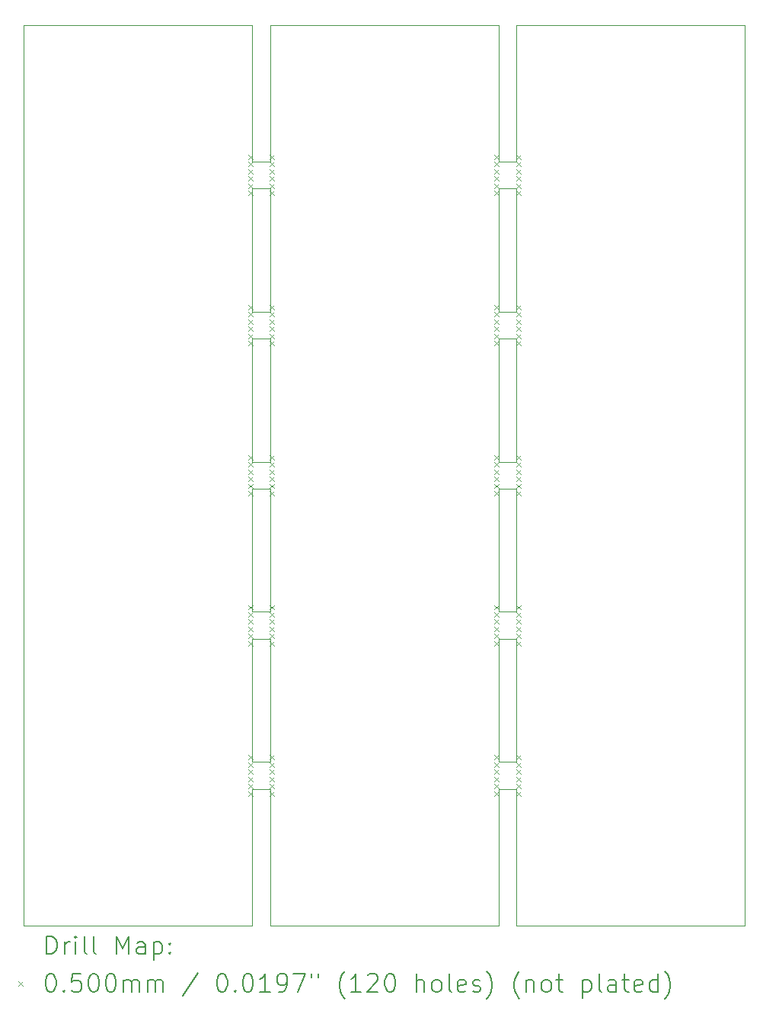
<source format=gbr>
%TF.GenerationSoftware,KiCad,Pcbnew,8.0.4-8.0.4-0~ubuntu22.04.1*%
%TF.CreationDate,2024-07-28T20:44:15+02:00*%
%TF.ProjectId,VoltageProcessor_panel,566f6c74-6167-4655-9072-6f636573736f,0.1*%
%TF.SameCoordinates,Original*%
%TF.FileFunction,Drillmap*%
%TF.FilePolarity,Positive*%
%FSLAX45Y45*%
G04 Gerber Fmt 4.5, Leading zero omitted, Abs format (unit mm)*
G04 Created by KiCad (PCBNEW 8.0.4-8.0.4-0~ubuntu22.04.1) date 2024-07-28 20:44:15*
%MOMM*%
%LPD*%
G01*
G04 APERTURE LIST*
%ADD10C,0.100000*%
%ADD11C,0.200000*%
G04 APERTURE END LIST*
D10*
X13480100Y-10183333D02*
X13479900Y-10183333D01*
X16120000Y-10183333D02*
X16120000Y-8816667D01*
X13480100Y-8816667D02*
X13580000Y-8816667D01*
X13480100Y-5183333D02*
X13479900Y-5183333D01*
X13380000Y-12000000D02*
X13380000Y-10483333D01*
X13479900Y-3816667D02*
X13480100Y-3816667D01*
X13580000Y-10483333D02*
X13580000Y-12000000D01*
X16120000Y-7150000D02*
X16219900Y-7150000D01*
X13580000Y-7150000D02*
X13580000Y-8516667D01*
X16120000Y-10483333D02*
X16219900Y-10483333D01*
X13380000Y-8816667D02*
X13479900Y-8816667D01*
X16220100Y-5183333D02*
X16219900Y-5183333D01*
X16120000Y-5483333D02*
X16219900Y-5483333D01*
X13480100Y-6850000D02*
X13479900Y-6850000D01*
X16120000Y-6850000D02*
X16120000Y-5483333D01*
X16220100Y-7150000D02*
X16320000Y-7150000D01*
X16220100Y-10183333D02*
X16219900Y-10183333D01*
X16320000Y-2000000D02*
X16320000Y-3516667D01*
X16120000Y-5183333D02*
X16120000Y-3816667D01*
X18860000Y-12000000D02*
X18860000Y-2000000D01*
X16120000Y-2000000D02*
X13580000Y-2000000D01*
X13580000Y-3816667D02*
X13580000Y-5183333D01*
X13580000Y-8516667D02*
X13480100Y-8516667D01*
X13479900Y-8516667D02*
X13380000Y-8516667D01*
X13380000Y-10183333D02*
X13380000Y-8816667D01*
X13479900Y-5183333D02*
X13380000Y-5183333D01*
X16320000Y-5483333D02*
X16320000Y-6850000D01*
X16320000Y-10183333D02*
X16220100Y-10183333D01*
X13380000Y-10483333D02*
X13479900Y-10483333D01*
X16220100Y-10483333D02*
X16320000Y-10483333D01*
X13380000Y-2000000D02*
X10840000Y-2000000D01*
X16220100Y-6850000D02*
X16219900Y-6850000D01*
X10840000Y-2000000D02*
X10840000Y-12000000D01*
X13580000Y-6850000D02*
X13480100Y-6850000D01*
X16219900Y-8816667D02*
X16220100Y-8816667D01*
X16320000Y-5183333D02*
X16220100Y-5183333D01*
X16320000Y-3516667D02*
X16220100Y-3516667D01*
X13479900Y-8816667D02*
X13480100Y-8816667D01*
X13479900Y-7150000D02*
X13480100Y-7150000D01*
X16219900Y-10183333D02*
X16120000Y-10183333D01*
X18860000Y-2000000D02*
X16320000Y-2000000D01*
X13380000Y-5483333D02*
X13479900Y-5483333D01*
X13479900Y-5483333D02*
X13480100Y-5483333D01*
X13580000Y-12000000D02*
X16120000Y-12000000D01*
X13380000Y-3816667D02*
X13479900Y-3816667D01*
X13380000Y-3516667D02*
X13380000Y-2000000D01*
X13380000Y-6850000D02*
X13380000Y-5483333D01*
X13580000Y-3516667D02*
X13480100Y-3516667D01*
X16320000Y-12000000D02*
X18860000Y-12000000D01*
X16219900Y-8516667D02*
X16120000Y-8516667D01*
X16320000Y-3816667D02*
X16320000Y-5183333D01*
X13480100Y-8516667D02*
X13479900Y-8516667D01*
X16220100Y-5483333D02*
X16320000Y-5483333D01*
X16219900Y-3516667D02*
X16120000Y-3516667D01*
X13580000Y-10183333D02*
X13480100Y-10183333D01*
X13580000Y-5483333D02*
X13580000Y-6850000D01*
X13480100Y-5483333D02*
X13580000Y-5483333D01*
X16220100Y-8516667D02*
X16219900Y-8516667D01*
X16220100Y-8816667D02*
X16320000Y-8816667D01*
X16120000Y-3516667D02*
X16120000Y-2000000D01*
X16219900Y-5483333D02*
X16220100Y-5483333D01*
X16219900Y-5183333D02*
X16120000Y-5183333D01*
X16120000Y-12000000D02*
X16120000Y-10483333D01*
X13480100Y-7150000D02*
X13580000Y-7150000D01*
X16220100Y-3816667D02*
X16320000Y-3816667D01*
X13380000Y-8516667D02*
X13380000Y-7150000D01*
X13479900Y-10483333D02*
X13480100Y-10483333D01*
X16219900Y-6850000D02*
X16120000Y-6850000D01*
X13480100Y-10483333D02*
X13580000Y-10483333D01*
X13479900Y-10183333D02*
X13380000Y-10183333D01*
X13380000Y-5183333D02*
X13380000Y-3816667D01*
X13580000Y-8816667D02*
X13580000Y-10183333D01*
X16219900Y-3816667D02*
X16220100Y-3816667D01*
X13580000Y-5183333D02*
X13480100Y-5183333D01*
X13580000Y-2000000D02*
X13580000Y-3516667D01*
X16219900Y-7150000D02*
X16220100Y-7150000D01*
X16219900Y-10483333D02*
X16220100Y-10483333D01*
X16320000Y-6850000D02*
X16220100Y-6850000D01*
X10840000Y-12000000D02*
X13380000Y-12000000D01*
X13380000Y-7150000D02*
X13479900Y-7150000D01*
X16320000Y-7150000D02*
X16320000Y-8516667D01*
X16320000Y-10483333D02*
X16320000Y-12000000D01*
X13480100Y-3516667D02*
X13479900Y-3516667D01*
X16120000Y-8516667D02*
X16120000Y-7150000D01*
X13479900Y-3516667D02*
X13380000Y-3516667D01*
X16320000Y-8516667D02*
X16220100Y-8516667D01*
X16220100Y-3516667D02*
X16219900Y-3516667D01*
X16320000Y-8816667D02*
X16320000Y-10183333D01*
X13480100Y-3816667D02*
X13580000Y-3816667D01*
X16120000Y-8816667D02*
X16219900Y-8816667D01*
X16120000Y-3816667D02*
X16219900Y-3816667D01*
X13479900Y-6850000D02*
X13380000Y-6850000D01*
D11*
D10*
X13335000Y-3441667D02*
X13385000Y-3491667D01*
X13385000Y-3441667D02*
X13335000Y-3491667D01*
X13335000Y-3521667D02*
X13385000Y-3571667D01*
X13385000Y-3521667D02*
X13335000Y-3571667D01*
X13335000Y-3601667D02*
X13385000Y-3651667D01*
X13385000Y-3601667D02*
X13335000Y-3651667D01*
X13335000Y-3681667D02*
X13385000Y-3731667D01*
X13385000Y-3681667D02*
X13335000Y-3731667D01*
X13335000Y-3761667D02*
X13385000Y-3811667D01*
X13385000Y-3761667D02*
X13335000Y-3811667D01*
X13335000Y-3841667D02*
X13385000Y-3891667D01*
X13385000Y-3841667D02*
X13335000Y-3891667D01*
X13335000Y-5108333D02*
X13385000Y-5158333D01*
X13385000Y-5108333D02*
X13335000Y-5158333D01*
X13335000Y-5188333D02*
X13385000Y-5238333D01*
X13385000Y-5188333D02*
X13335000Y-5238333D01*
X13335000Y-5268333D02*
X13385000Y-5318333D01*
X13385000Y-5268333D02*
X13335000Y-5318333D01*
X13335000Y-5348333D02*
X13385000Y-5398333D01*
X13385000Y-5348333D02*
X13335000Y-5398333D01*
X13335000Y-5428333D02*
X13385000Y-5478333D01*
X13385000Y-5428333D02*
X13335000Y-5478333D01*
X13335000Y-5508333D02*
X13385000Y-5558333D01*
X13385000Y-5508333D02*
X13335000Y-5558333D01*
X13335000Y-6775000D02*
X13385000Y-6825000D01*
X13385000Y-6775000D02*
X13335000Y-6825000D01*
X13335000Y-6855000D02*
X13385000Y-6905000D01*
X13385000Y-6855000D02*
X13335000Y-6905000D01*
X13335000Y-6935000D02*
X13385000Y-6985000D01*
X13385000Y-6935000D02*
X13335000Y-6985000D01*
X13335000Y-7015000D02*
X13385000Y-7065000D01*
X13385000Y-7015000D02*
X13335000Y-7065000D01*
X13335000Y-7095000D02*
X13385000Y-7145000D01*
X13385000Y-7095000D02*
X13335000Y-7145000D01*
X13335000Y-7175000D02*
X13385000Y-7225000D01*
X13385000Y-7175000D02*
X13335000Y-7225000D01*
X13335000Y-8441667D02*
X13385000Y-8491667D01*
X13385000Y-8441667D02*
X13335000Y-8491667D01*
X13335000Y-8521667D02*
X13385000Y-8571667D01*
X13385000Y-8521667D02*
X13335000Y-8571667D01*
X13335000Y-8601667D02*
X13385000Y-8651667D01*
X13385000Y-8601667D02*
X13335000Y-8651667D01*
X13335000Y-8681667D02*
X13385000Y-8731667D01*
X13385000Y-8681667D02*
X13335000Y-8731667D01*
X13335000Y-8761667D02*
X13385000Y-8811667D01*
X13385000Y-8761667D02*
X13335000Y-8811667D01*
X13335000Y-8841667D02*
X13385000Y-8891667D01*
X13385000Y-8841667D02*
X13335000Y-8891667D01*
X13335000Y-10108333D02*
X13385000Y-10158333D01*
X13385000Y-10108333D02*
X13335000Y-10158333D01*
X13335000Y-10188333D02*
X13385000Y-10238333D01*
X13385000Y-10188333D02*
X13335000Y-10238333D01*
X13335000Y-10268333D02*
X13385000Y-10318333D01*
X13385000Y-10268333D02*
X13335000Y-10318333D01*
X13335000Y-10348333D02*
X13385000Y-10398333D01*
X13385000Y-10348333D02*
X13335000Y-10398333D01*
X13335000Y-10428333D02*
X13385000Y-10478333D01*
X13385000Y-10428333D02*
X13335000Y-10478333D01*
X13335000Y-10508333D02*
X13385000Y-10558333D01*
X13385000Y-10508333D02*
X13335000Y-10558333D01*
X13575000Y-3441667D02*
X13625000Y-3491667D01*
X13625000Y-3441667D02*
X13575000Y-3491667D01*
X13575000Y-3521667D02*
X13625000Y-3571667D01*
X13625000Y-3521667D02*
X13575000Y-3571667D01*
X13575000Y-3601667D02*
X13625000Y-3651667D01*
X13625000Y-3601667D02*
X13575000Y-3651667D01*
X13575000Y-3681667D02*
X13625000Y-3731667D01*
X13625000Y-3681667D02*
X13575000Y-3731667D01*
X13575000Y-3761667D02*
X13625000Y-3811667D01*
X13625000Y-3761667D02*
X13575000Y-3811667D01*
X13575000Y-3841667D02*
X13625000Y-3891667D01*
X13625000Y-3841667D02*
X13575000Y-3891667D01*
X13575000Y-5108333D02*
X13625000Y-5158333D01*
X13625000Y-5108333D02*
X13575000Y-5158333D01*
X13575000Y-5188333D02*
X13625000Y-5238333D01*
X13625000Y-5188333D02*
X13575000Y-5238333D01*
X13575000Y-5268333D02*
X13625000Y-5318333D01*
X13625000Y-5268333D02*
X13575000Y-5318333D01*
X13575000Y-5348333D02*
X13625000Y-5398333D01*
X13625000Y-5348333D02*
X13575000Y-5398333D01*
X13575000Y-5428333D02*
X13625000Y-5478333D01*
X13625000Y-5428333D02*
X13575000Y-5478333D01*
X13575000Y-5508333D02*
X13625000Y-5558333D01*
X13625000Y-5508333D02*
X13575000Y-5558333D01*
X13575000Y-6775000D02*
X13625000Y-6825000D01*
X13625000Y-6775000D02*
X13575000Y-6825000D01*
X13575000Y-6855000D02*
X13625000Y-6905000D01*
X13625000Y-6855000D02*
X13575000Y-6905000D01*
X13575000Y-6935000D02*
X13625000Y-6985000D01*
X13625000Y-6935000D02*
X13575000Y-6985000D01*
X13575000Y-7015000D02*
X13625000Y-7065000D01*
X13625000Y-7015000D02*
X13575000Y-7065000D01*
X13575000Y-7095000D02*
X13625000Y-7145000D01*
X13625000Y-7095000D02*
X13575000Y-7145000D01*
X13575000Y-7175000D02*
X13625000Y-7225000D01*
X13625000Y-7175000D02*
X13575000Y-7225000D01*
X13575000Y-8441667D02*
X13625000Y-8491667D01*
X13625000Y-8441667D02*
X13575000Y-8491667D01*
X13575000Y-8521667D02*
X13625000Y-8571667D01*
X13625000Y-8521667D02*
X13575000Y-8571667D01*
X13575000Y-8601667D02*
X13625000Y-8651667D01*
X13625000Y-8601667D02*
X13575000Y-8651667D01*
X13575000Y-8681667D02*
X13625000Y-8731667D01*
X13625000Y-8681667D02*
X13575000Y-8731667D01*
X13575000Y-8761667D02*
X13625000Y-8811667D01*
X13625000Y-8761667D02*
X13575000Y-8811667D01*
X13575000Y-8841667D02*
X13625000Y-8891667D01*
X13625000Y-8841667D02*
X13575000Y-8891667D01*
X13575000Y-10108333D02*
X13625000Y-10158333D01*
X13625000Y-10108333D02*
X13575000Y-10158333D01*
X13575000Y-10188333D02*
X13625000Y-10238333D01*
X13625000Y-10188333D02*
X13575000Y-10238333D01*
X13575000Y-10268333D02*
X13625000Y-10318333D01*
X13625000Y-10268333D02*
X13575000Y-10318333D01*
X13575000Y-10348333D02*
X13625000Y-10398333D01*
X13625000Y-10348333D02*
X13575000Y-10398333D01*
X13575000Y-10428333D02*
X13625000Y-10478333D01*
X13625000Y-10428333D02*
X13575000Y-10478333D01*
X13575000Y-10508333D02*
X13625000Y-10558333D01*
X13625000Y-10508333D02*
X13575000Y-10558333D01*
X16075000Y-3441667D02*
X16125000Y-3491667D01*
X16125000Y-3441667D02*
X16075000Y-3491667D01*
X16075000Y-3521667D02*
X16125000Y-3571667D01*
X16125000Y-3521667D02*
X16075000Y-3571667D01*
X16075000Y-3601667D02*
X16125000Y-3651667D01*
X16125000Y-3601667D02*
X16075000Y-3651667D01*
X16075000Y-3681667D02*
X16125000Y-3731667D01*
X16125000Y-3681667D02*
X16075000Y-3731667D01*
X16075000Y-3761667D02*
X16125000Y-3811667D01*
X16125000Y-3761667D02*
X16075000Y-3811667D01*
X16075000Y-3841667D02*
X16125000Y-3891667D01*
X16125000Y-3841667D02*
X16075000Y-3891667D01*
X16075000Y-5108333D02*
X16125000Y-5158333D01*
X16125000Y-5108333D02*
X16075000Y-5158333D01*
X16075000Y-5188333D02*
X16125000Y-5238333D01*
X16125000Y-5188333D02*
X16075000Y-5238333D01*
X16075000Y-5268333D02*
X16125000Y-5318333D01*
X16125000Y-5268333D02*
X16075000Y-5318333D01*
X16075000Y-5348333D02*
X16125000Y-5398333D01*
X16125000Y-5348333D02*
X16075000Y-5398333D01*
X16075000Y-5428333D02*
X16125000Y-5478333D01*
X16125000Y-5428333D02*
X16075000Y-5478333D01*
X16075000Y-5508333D02*
X16125000Y-5558333D01*
X16125000Y-5508333D02*
X16075000Y-5558333D01*
X16075000Y-6775000D02*
X16125000Y-6825000D01*
X16125000Y-6775000D02*
X16075000Y-6825000D01*
X16075000Y-6855000D02*
X16125000Y-6905000D01*
X16125000Y-6855000D02*
X16075000Y-6905000D01*
X16075000Y-6935000D02*
X16125000Y-6985000D01*
X16125000Y-6935000D02*
X16075000Y-6985000D01*
X16075000Y-7015000D02*
X16125000Y-7065000D01*
X16125000Y-7015000D02*
X16075000Y-7065000D01*
X16075000Y-7095000D02*
X16125000Y-7145000D01*
X16125000Y-7095000D02*
X16075000Y-7145000D01*
X16075000Y-7175000D02*
X16125000Y-7225000D01*
X16125000Y-7175000D02*
X16075000Y-7225000D01*
X16075000Y-8441667D02*
X16125000Y-8491667D01*
X16125000Y-8441667D02*
X16075000Y-8491667D01*
X16075000Y-8521667D02*
X16125000Y-8571667D01*
X16125000Y-8521667D02*
X16075000Y-8571667D01*
X16075000Y-8601667D02*
X16125000Y-8651667D01*
X16125000Y-8601667D02*
X16075000Y-8651667D01*
X16075000Y-8681667D02*
X16125000Y-8731667D01*
X16125000Y-8681667D02*
X16075000Y-8731667D01*
X16075000Y-8761667D02*
X16125000Y-8811667D01*
X16125000Y-8761667D02*
X16075000Y-8811667D01*
X16075000Y-8841667D02*
X16125000Y-8891667D01*
X16125000Y-8841667D02*
X16075000Y-8891667D01*
X16075000Y-10108333D02*
X16125000Y-10158333D01*
X16125000Y-10108333D02*
X16075000Y-10158333D01*
X16075000Y-10188333D02*
X16125000Y-10238333D01*
X16125000Y-10188333D02*
X16075000Y-10238333D01*
X16075000Y-10268333D02*
X16125000Y-10318333D01*
X16125000Y-10268333D02*
X16075000Y-10318333D01*
X16075000Y-10348333D02*
X16125000Y-10398333D01*
X16125000Y-10348333D02*
X16075000Y-10398333D01*
X16075000Y-10428333D02*
X16125000Y-10478333D01*
X16125000Y-10428333D02*
X16075000Y-10478333D01*
X16075000Y-10508333D02*
X16125000Y-10558333D01*
X16125000Y-10508333D02*
X16075000Y-10558333D01*
X16315000Y-3441667D02*
X16365000Y-3491667D01*
X16365000Y-3441667D02*
X16315000Y-3491667D01*
X16315000Y-3521667D02*
X16365000Y-3571667D01*
X16365000Y-3521667D02*
X16315000Y-3571667D01*
X16315000Y-3601667D02*
X16365000Y-3651667D01*
X16365000Y-3601667D02*
X16315000Y-3651667D01*
X16315000Y-3681667D02*
X16365000Y-3731667D01*
X16365000Y-3681667D02*
X16315000Y-3731667D01*
X16315000Y-3761667D02*
X16365000Y-3811667D01*
X16365000Y-3761667D02*
X16315000Y-3811667D01*
X16315000Y-3841667D02*
X16365000Y-3891667D01*
X16365000Y-3841667D02*
X16315000Y-3891667D01*
X16315000Y-5108333D02*
X16365000Y-5158333D01*
X16365000Y-5108333D02*
X16315000Y-5158333D01*
X16315000Y-5188333D02*
X16365000Y-5238333D01*
X16365000Y-5188333D02*
X16315000Y-5238333D01*
X16315000Y-5268333D02*
X16365000Y-5318333D01*
X16365000Y-5268333D02*
X16315000Y-5318333D01*
X16315000Y-5348333D02*
X16365000Y-5398333D01*
X16365000Y-5348333D02*
X16315000Y-5398333D01*
X16315000Y-5428333D02*
X16365000Y-5478333D01*
X16365000Y-5428333D02*
X16315000Y-5478333D01*
X16315000Y-5508333D02*
X16365000Y-5558333D01*
X16365000Y-5508333D02*
X16315000Y-5558333D01*
X16315000Y-6775000D02*
X16365000Y-6825000D01*
X16365000Y-6775000D02*
X16315000Y-6825000D01*
X16315000Y-6855000D02*
X16365000Y-6905000D01*
X16365000Y-6855000D02*
X16315000Y-6905000D01*
X16315000Y-6935000D02*
X16365000Y-6985000D01*
X16365000Y-6935000D02*
X16315000Y-6985000D01*
X16315000Y-7015000D02*
X16365000Y-7065000D01*
X16365000Y-7015000D02*
X16315000Y-7065000D01*
X16315000Y-7095000D02*
X16365000Y-7145000D01*
X16365000Y-7095000D02*
X16315000Y-7145000D01*
X16315000Y-7175000D02*
X16365000Y-7225000D01*
X16365000Y-7175000D02*
X16315000Y-7225000D01*
X16315000Y-8441667D02*
X16365000Y-8491667D01*
X16365000Y-8441667D02*
X16315000Y-8491667D01*
X16315000Y-8521667D02*
X16365000Y-8571667D01*
X16365000Y-8521667D02*
X16315000Y-8571667D01*
X16315000Y-8601667D02*
X16365000Y-8651667D01*
X16365000Y-8601667D02*
X16315000Y-8651667D01*
X16315000Y-8681667D02*
X16365000Y-8731667D01*
X16365000Y-8681667D02*
X16315000Y-8731667D01*
X16315000Y-8761667D02*
X16365000Y-8811667D01*
X16365000Y-8761667D02*
X16315000Y-8811667D01*
X16315000Y-8841667D02*
X16365000Y-8891667D01*
X16365000Y-8841667D02*
X16315000Y-8891667D01*
X16315000Y-10108333D02*
X16365000Y-10158333D01*
X16365000Y-10108333D02*
X16315000Y-10158333D01*
X16315000Y-10188333D02*
X16365000Y-10238333D01*
X16365000Y-10188333D02*
X16315000Y-10238333D01*
X16315000Y-10268333D02*
X16365000Y-10318333D01*
X16365000Y-10268333D02*
X16315000Y-10318333D01*
X16315000Y-10348333D02*
X16365000Y-10398333D01*
X16365000Y-10348333D02*
X16315000Y-10398333D01*
X16315000Y-10428333D02*
X16365000Y-10478333D01*
X16365000Y-10428333D02*
X16315000Y-10478333D01*
X16315000Y-10508333D02*
X16365000Y-10558333D01*
X16365000Y-10508333D02*
X16315000Y-10558333D01*
D11*
X11095777Y-12316484D02*
X11095777Y-12116484D01*
X11095777Y-12116484D02*
X11143396Y-12116484D01*
X11143396Y-12116484D02*
X11171967Y-12126008D01*
X11171967Y-12126008D02*
X11191015Y-12145055D01*
X11191015Y-12145055D02*
X11200539Y-12164103D01*
X11200539Y-12164103D02*
X11210062Y-12202198D01*
X11210062Y-12202198D02*
X11210062Y-12230769D01*
X11210062Y-12230769D02*
X11200539Y-12268865D01*
X11200539Y-12268865D02*
X11191015Y-12287912D01*
X11191015Y-12287912D02*
X11171967Y-12306960D01*
X11171967Y-12306960D02*
X11143396Y-12316484D01*
X11143396Y-12316484D02*
X11095777Y-12316484D01*
X11295777Y-12316484D02*
X11295777Y-12183150D01*
X11295777Y-12221246D02*
X11305301Y-12202198D01*
X11305301Y-12202198D02*
X11314824Y-12192674D01*
X11314824Y-12192674D02*
X11333872Y-12183150D01*
X11333872Y-12183150D02*
X11352920Y-12183150D01*
X11419586Y-12316484D02*
X11419586Y-12183150D01*
X11419586Y-12116484D02*
X11410062Y-12126008D01*
X11410062Y-12126008D02*
X11419586Y-12135531D01*
X11419586Y-12135531D02*
X11429110Y-12126008D01*
X11429110Y-12126008D02*
X11419586Y-12116484D01*
X11419586Y-12116484D02*
X11419586Y-12135531D01*
X11543396Y-12316484D02*
X11524348Y-12306960D01*
X11524348Y-12306960D02*
X11514824Y-12287912D01*
X11514824Y-12287912D02*
X11514824Y-12116484D01*
X11648158Y-12316484D02*
X11629110Y-12306960D01*
X11629110Y-12306960D02*
X11619586Y-12287912D01*
X11619586Y-12287912D02*
X11619586Y-12116484D01*
X11876729Y-12316484D02*
X11876729Y-12116484D01*
X11876729Y-12116484D02*
X11943396Y-12259341D01*
X11943396Y-12259341D02*
X12010062Y-12116484D01*
X12010062Y-12116484D02*
X12010062Y-12316484D01*
X12191015Y-12316484D02*
X12191015Y-12211722D01*
X12191015Y-12211722D02*
X12181491Y-12192674D01*
X12181491Y-12192674D02*
X12162443Y-12183150D01*
X12162443Y-12183150D02*
X12124348Y-12183150D01*
X12124348Y-12183150D02*
X12105301Y-12192674D01*
X12191015Y-12306960D02*
X12171967Y-12316484D01*
X12171967Y-12316484D02*
X12124348Y-12316484D01*
X12124348Y-12316484D02*
X12105301Y-12306960D01*
X12105301Y-12306960D02*
X12095777Y-12287912D01*
X12095777Y-12287912D02*
X12095777Y-12268865D01*
X12095777Y-12268865D02*
X12105301Y-12249817D01*
X12105301Y-12249817D02*
X12124348Y-12240293D01*
X12124348Y-12240293D02*
X12171967Y-12240293D01*
X12171967Y-12240293D02*
X12191015Y-12230769D01*
X12286253Y-12183150D02*
X12286253Y-12383150D01*
X12286253Y-12192674D02*
X12305301Y-12183150D01*
X12305301Y-12183150D02*
X12343396Y-12183150D01*
X12343396Y-12183150D02*
X12362443Y-12192674D01*
X12362443Y-12192674D02*
X12371967Y-12202198D01*
X12371967Y-12202198D02*
X12381491Y-12221246D01*
X12381491Y-12221246D02*
X12381491Y-12278388D01*
X12381491Y-12278388D02*
X12371967Y-12297436D01*
X12371967Y-12297436D02*
X12362443Y-12306960D01*
X12362443Y-12306960D02*
X12343396Y-12316484D01*
X12343396Y-12316484D02*
X12305301Y-12316484D01*
X12305301Y-12316484D02*
X12286253Y-12306960D01*
X12467205Y-12297436D02*
X12476729Y-12306960D01*
X12476729Y-12306960D02*
X12467205Y-12316484D01*
X12467205Y-12316484D02*
X12457682Y-12306960D01*
X12457682Y-12306960D02*
X12467205Y-12297436D01*
X12467205Y-12297436D02*
X12467205Y-12316484D01*
X12467205Y-12192674D02*
X12476729Y-12202198D01*
X12476729Y-12202198D02*
X12467205Y-12211722D01*
X12467205Y-12211722D02*
X12457682Y-12202198D01*
X12457682Y-12202198D02*
X12467205Y-12192674D01*
X12467205Y-12192674D02*
X12467205Y-12211722D01*
D10*
X10785000Y-12620000D02*
X10835000Y-12670000D01*
X10835000Y-12620000D02*
X10785000Y-12670000D01*
D11*
X11133872Y-12536484D02*
X11152920Y-12536484D01*
X11152920Y-12536484D02*
X11171967Y-12546008D01*
X11171967Y-12546008D02*
X11181491Y-12555531D01*
X11181491Y-12555531D02*
X11191015Y-12574579D01*
X11191015Y-12574579D02*
X11200539Y-12612674D01*
X11200539Y-12612674D02*
X11200539Y-12660293D01*
X11200539Y-12660293D02*
X11191015Y-12698388D01*
X11191015Y-12698388D02*
X11181491Y-12717436D01*
X11181491Y-12717436D02*
X11171967Y-12726960D01*
X11171967Y-12726960D02*
X11152920Y-12736484D01*
X11152920Y-12736484D02*
X11133872Y-12736484D01*
X11133872Y-12736484D02*
X11114824Y-12726960D01*
X11114824Y-12726960D02*
X11105301Y-12717436D01*
X11105301Y-12717436D02*
X11095777Y-12698388D01*
X11095777Y-12698388D02*
X11086253Y-12660293D01*
X11086253Y-12660293D02*
X11086253Y-12612674D01*
X11086253Y-12612674D02*
X11095777Y-12574579D01*
X11095777Y-12574579D02*
X11105301Y-12555531D01*
X11105301Y-12555531D02*
X11114824Y-12546008D01*
X11114824Y-12546008D02*
X11133872Y-12536484D01*
X11286253Y-12717436D02*
X11295777Y-12726960D01*
X11295777Y-12726960D02*
X11286253Y-12736484D01*
X11286253Y-12736484D02*
X11276729Y-12726960D01*
X11276729Y-12726960D02*
X11286253Y-12717436D01*
X11286253Y-12717436D02*
X11286253Y-12736484D01*
X11476729Y-12536484D02*
X11381491Y-12536484D01*
X11381491Y-12536484D02*
X11371967Y-12631722D01*
X11371967Y-12631722D02*
X11381491Y-12622198D01*
X11381491Y-12622198D02*
X11400539Y-12612674D01*
X11400539Y-12612674D02*
X11448158Y-12612674D01*
X11448158Y-12612674D02*
X11467205Y-12622198D01*
X11467205Y-12622198D02*
X11476729Y-12631722D01*
X11476729Y-12631722D02*
X11486253Y-12650769D01*
X11486253Y-12650769D02*
X11486253Y-12698388D01*
X11486253Y-12698388D02*
X11476729Y-12717436D01*
X11476729Y-12717436D02*
X11467205Y-12726960D01*
X11467205Y-12726960D02*
X11448158Y-12736484D01*
X11448158Y-12736484D02*
X11400539Y-12736484D01*
X11400539Y-12736484D02*
X11381491Y-12726960D01*
X11381491Y-12726960D02*
X11371967Y-12717436D01*
X11610062Y-12536484D02*
X11629110Y-12536484D01*
X11629110Y-12536484D02*
X11648158Y-12546008D01*
X11648158Y-12546008D02*
X11657682Y-12555531D01*
X11657682Y-12555531D02*
X11667205Y-12574579D01*
X11667205Y-12574579D02*
X11676729Y-12612674D01*
X11676729Y-12612674D02*
X11676729Y-12660293D01*
X11676729Y-12660293D02*
X11667205Y-12698388D01*
X11667205Y-12698388D02*
X11657682Y-12717436D01*
X11657682Y-12717436D02*
X11648158Y-12726960D01*
X11648158Y-12726960D02*
X11629110Y-12736484D01*
X11629110Y-12736484D02*
X11610062Y-12736484D01*
X11610062Y-12736484D02*
X11591015Y-12726960D01*
X11591015Y-12726960D02*
X11581491Y-12717436D01*
X11581491Y-12717436D02*
X11571967Y-12698388D01*
X11571967Y-12698388D02*
X11562443Y-12660293D01*
X11562443Y-12660293D02*
X11562443Y-12612674D01*
X11562443Y-12612674D02*
X11571967Y-12574579D01*
X11571967Y-12574579D02*
X11581491Y-12555531D01*
X11581491Y-12555531D02*
X11591015Y-12546008D01*
X11591015Y-12546008D02*
X11610062Y-12536484D01*
X11800539Y-12536484D02*
X11819586Y-12536484D01*
X11819586Y-12536484D02*
X11838634Y-12546008D01*
X11838634Y-12546008D02*
X11848158Y-12555531D01*
X11848158Y-12555531D02*
X11857682Y-12574579D01*
X11857682Y-12574579D02*
X11867205Y-12612674D01*
X11867205Y-12612674D02*
X11867205Y-12660293D01*
X11867205Y-12660293D02*
X11857682Y-12698388D01*
X11857682Y-12698388D02*
X11848158Y-12717436D01*
X11848158Y-12717436D02*
X11838634Y-12726960D01*
X11838634Y-12726960D02*
X11819586Y-12736484D01*
X11819586Y-12736484D02*
X11800539Y-12736484D01*
X11800539Y-12736484D02*
X11781491Y-12726960D01*
X11781491Y-12726960D02*
X11771967Y-12717436D01*
X11771967Y-12717436D02*
X11762443Y-12698388D01*
X11762443Y-12698388D02*
X11752920Y-12660293D01*
X11752920Y-12660293D02*
X11752920Y-12612674D01*
X11752920Y-12612674D02*
X11762443Y-12574579D01*
X11762443Y-12574579D02*
X11771967Y-12555531D01*
X11771967Y-12555531D02*
X11781491Y-12546008D01*
X11781491Y-12546008D02*
X11800539Y-12536484D01*
X11952920Y-12736484D02*
X11952920Y-12603150D01*
X11952920Y-12622198D02*
X11962443Y-12612674D01*
X11962443Y-12612674D02*
X11981491Y-12603150D01*
X11981491Y-12603150D02*
X12010063Y-12603150D01*
X12010063Y-12603150D02*
X12029110Y-12612674D01*
X12029110Y-12612674D02*
X12038634Y-12631722D01*
X12038634Y-12631722D02*
X12038634Y-12736484D01*
X12038634Y-12631722D02*
X12048158Y-12612674D01*
X12048158Y-12612674D02*
X12067205Y-12603150D01*
X12067205Y-12603150D02*
X12095777Y-12603150D01*
X12095777Y-12603150D02*
X12114824Y-12612674D01*
X12114824Y-12612674D02*
X12124348Y-12631722D01*
X12124348Y-12631722D02*
X12124348Y-12736484D01*
X12219586Y-12736484D02*
X12219586Y-12603150D01*
X12219586Y-12622198D02*
X12229110Y-12612674D01*
X12229110Y-12612674D02*
X12248158Y-12603150D01*
X12248158Y-12603150D02*
X12276729Y-12603150D01*
X12276729Y-12603150D02*
X12295777Y-12612674D01*
X12295777Y-12612674D02*
X12305301Y-12631722D01*
X12305301Y-12631722D02*
X12305301Y-12736484D01*
X12305301Y-12631722D02*
X12314824Y-12612674D01*
X12314824Y-12612674D02*
X12333872Y-12603150D01*
X12333872Y-12603150D02*
X12362443Y-12603150D01*
X12362443Y-12603150D02*
X12381491Y-12612674D01*
X12381491Y-12612674D02*
X12391015Y-12631722D01*
X12391015Y-12631722D02*
X12391015Y-12736484D01*
X12781491Y-12526960D02*
X12610063Y-12784103D01*
X13038634Y-12536484D02*
X13057682Y-12536484D01*
X13057682Y-12536484D02*
X13076729Y-12546008D01*
X13076729Y-12546008D02*
X13086253Y-12555531D01*
X13086253Y-12555531D02*
X13095777Y-12574579D01*
X13095777Y-12574579D02*
X13105301Y-12612674D01*
X13105301Y-12612674D02*
X13105301Y-12660293D01*
X13105301Y-12660293D02*
X13095777Y-12698388D01*
X13095777Y-12698388D02*
X13086253Y-12717436D01*
X13086253Y-12717436D02*
X13076729Y-12726960D01*
X13076729Y-12726960D02*
X13057682Y-12736484D01*
X13057682Y-12736484D02*
X13038634Y-12736484D01*
X13038634Y-12736484D02*
X13019586Y-12726960D01*
X13019586Y-12726960D02*
X13010063Y-12717436D01*
X13010063Y-12717436D02*
X13000539Y-12698388D01*
X13000539Y-12698388D02*
X12991015Y-12660293D01*
X12991015Y-12660293D02*
X12991015Y-12612674D01*
X12991015Y-12612674D02*
X13000539Y-12574579D01*
X13000539Y-12574579D02*
X13010063Y-12555531D01*
X13010063Y-12555531D02*
X13019586Y-12546008D01*
X13019586Y-12546008D02*
X13038634Y-12536484D01*
X13191015Y-12717436D02*
X13200539Y-12726960D01*
X13200539Y-12726960D02*
X13191015Y-12736484D01*
X13191015Y-12736484D02*
X13181491Y-12726960D01*
X13181491Y-12726960D02*
X13191015Y-12717436D01*
X13191015Y-12717436D02*
X13191015Y-12736484D01*
X13324348Y-12536484D02*
X13343396Y-12536484D01*
X13343396Y-12536484D02*
X13362444Y-12546008D01*
X13362444Y-12546008D02*
X13371967Y-12555531D01*
X13371967Y-12555531D02*
X13381491Y-12574579D01*
X13381491Y-12574579D02*
X13391015Y-12612674D01*
X13391015Y-12612674D02*
X13391015Y-12660293D01*
X13391015Y-12660293D02*
X13381491Y-12698388D01*
X13381491Y-12698388D02*
X13371967Y-12717436D01*
X13371967Y-12717436D02*
X13362444Y-12726960D01*
X13362444Y-12726960D02*
X13343396Y-12736484D01*
X13343396Y-12736484D02*
X13324348Y-12736484D01*
X13324348Y-12736484D02*
X13305301Y-12726960D01*
X13305301Y-12726960D02*
X13295777Y-12717436D01*
X13295777Y-12717436D02*
X13286253Y-12698388D01*
X13286253Y-12698388D02*
X13276729Y-12660293D01*
X13276729Y-12660293D02*
X13276729Y-12612674D01*
X13276729Y-12612674D02*
X13286253Y-12574579D01*
X13286253Y-12574579D02*
X13295777Y-12555531D01*
X13295777Y-12555531D02*
X13305301Y-12546008D01*
X13305301Y-12546008D02*
X13324348Y-12536484D01*
X13581491Y-12736484D02*
X13467206Y-12736484D01*
X13524348Y-12736484D02*
X13524348Y-12536484D01*
X13524348Y-12536484D02*
X13505301Y-12565055D01*
X13505301Y-12565055D02*
X13486253Y-12584103D01*
X13486253Y-12584103D02*
X13467206Y-12593627D01*
X13676729Y-12736484D02*
X13714825Y-12736484D01*
X13714825Y-12736484D02*
X13733872Y-12726960D01*
X13733872Y-12726960D02*
X13743396Y-12717436D01*
X13743396Y-12717436D02*
X13762444Y-12688865D01*
X13762444Y-12688865D02*
X13771967Y-12650769D01*
X13771967Y-12650769D02*
X13771967Y-12574579D01*
X13771967Y-12574579D02*
X13762444Y-12555531D01*
X13762444Y-12555531D02*
X13752920Y-12546008D01*
X13752920Y-12546008D02*
X13733872Y-12536484D01*
X13733872Y-12536484D02*
X13695777Y-12536484D01*
X13695777Y-12536484D02*
X13676729Y-12546008D01*
X13676729Y-12546008D02*
X13667206Y-12555531D01*
X13667206Y-12555531D02*
X13657682Y-12574579D01*
X13657682Y-12574579D02*
X13657682Y-12622198D01*
X13657682Y-12622198D02*
X13667206Y-12641246D01*
X13667206Y-12641246D02*
X13676729Y-12650769D01*
X13676729Y-12650769D02*
X13695777Y-12660293D01*
X13695777Y-12660293D02*
X13733872Y-12660293D01*
X13733872Y-12660293D02*
X13752920Y-12650769D01*
X13752920Y-12650769D02*
X13762444Y-12641246D01*
X13762444Y-12641246D02*
X13771967Y-12622198D01*
X13838634Y-12536484D02*
X13971967Y-12536484D01*
X13971967Y-12536484D02*
X13886253Y-12736484D01*
X14038634Y-12536484D02*
X14038634Y-12574579D01*
X14114825Y-12536484D02*
X14114825Y-12574579D01*
X14410063Y-12812674D02*
X14400539Y-12803150D01*
X14400539Y-12803150D02*
X14381491Y-12774579D01*
X14381491Y-12774579D02*
X14371968Y-12755531D01*
X14371968Y-12755531D02*
X14362444Y-12726960D01*
X14362444Y-12726960D02*
X14352920Y-12679341D01*
X14352920Y-12679341D02*
X14352920Y-12641246D01*
X14352920Y-12641246D02*
X14362444Y-12593627D01*
X14362444Y-12593627D02*
X14371968Y-12565055D01*
X14371968Y-12565055D02*
X14381491Y-12546008D01*
X14381491Y-12546008D02*
X14400539Y-12517436D01*
X14400539Y-12517436D02*
X14410063Y-12507912D01*
X14591015Y-12736484D02*
X14476729Y-12736484D01*
X14533872Y-12736484D02*
X14533872Y-12536484D01*
X14533872Y-12536484D02*
X14514825Y-12565055D01*
X14514825Y-12565055D02*
X14495777Y-12584103D01*
X14495777Y-12584103D02*
X14476729Y-12593627D01*
X14667206Y-12555531D02*
X14676729Y-12546008D01*
X14676729Y-12546008D02*
X14695777Y-12536484D01*
X14695777Y-12536484D02*
X14743396Y-12536484D01*
X14743396Y-12536484D02*
X14762444Y-12546008D01*
X14762444Y-12546008D02*
X14771968Y-12555531D01*
X14771968Y-12555531D02*
X14781491Y-12574579D01*
X14781491Y-12574579D02*
X14781491Y-12593627D01*
X14781491Y-12593627D02*
X14771968Y-12622198D01*
X14771968Y-12622198D02*
X14657682Y-12736484D01*
X14657682Y-12736484D02*
X14781491Y-12736484D01*
X14905301Y-12536484D02*
X14924349Y-12536484D01*
X14924349Y-12536484D02*
X14943396Y-12546008D01*
X14943396Y-12546008D02*
X14952920Y-12555531D01*
X14952920Y-12555531D02*
X14962444Y-12574579D01*
X14962444Y-12574579D02*
X14971968Y-12612674D01*
X14971968Y-12612674D02*
X14971968Y-12660293D01*
X14971968Y-12660293D02*
X14962444Y-12698388D01*
X14962444Y-12698388D02*
X14952920Y-12717436D01*
X14952920Y-12717436D02*
X14943396Y-12726960D01*
X14943396Y-12726960D02*
X14924349Y-12736484D01*
X14924349Y-12736484D02*
X14905301Y-12736484D01*
X14905301Y-12736484D02*
X14886253Y-12726960D01*
X14886253Y-12726960D02*
X14876729Y-12717436D01*
X14876729Y-12717436D02*
X14867206Y-12698388D01*
X14867206Y-12698388D02*
X14857682Y-12660293D01*
X14857682Y-12660293D02*
X14857682Y-12612674D01*
X14857682Y-12612674D02*
X14867206Y-12574579D01*
X14867206Y-12574579D02*
X14876729Y-12555531D01*
X14876729Y-12555531D02*
X14886253Y-12546008D01*
X14886253Y-12546008D02*
X14905301Y-12536484D01*
X15210063Y-12736484D02*
X15210063Y-12536484D01*
X15295777Y-12736484D02*
X15295777Y-12631722D01*
X15295777Y-12631722D02*
X15286253Y-12612674D01*
X15286253Y-12612674D02*
X15267206Y-12603150D01*
X15267206Y-12603150D02*
X15238634Y-12603150D01*
X15238634Y-12603150D02*
X15219587Y-12612674D01*
X15219587Y-12612674D02*
X15210063Y-12622198D01*
X15419587Y-12736484D02*
X15400539Y-12726960D01*
X15400539Y-12726960D02*
X15391015Y-12717436D01*
X15391015Y-12717436D02*
X15381491Y-12698388D01*
X15381491Y-12698388D02*
X15381491Y-12641246D01*
X15381491Y-12641246D02*
X15391015Y-12622198D01*
X15391015Y-12622198D02*
X15400539Y-12612674D01*
X15400539Y-12612674D02*
X15419587Y-12603150D01*
X15419587Y-12603150D02*
X15448158Y-12603150D01*
X15448158Y-12603150D02*
X15467206Y-12612674D01*
X15467206Y-12612674D02*
X15476730Y-12622198D01*
X15476730Y-12622198D02*
X15486253Y-12641246D01*
X15486253Y-12641246D02*
X15486253Y-12698388D01*
X15486253Y-12698388D02*
X15476730Y-12717436D01*
X15476730Y-12717436D02*
X15467206Y-12726960D01*
X15467206Y-12726960D02*
X15448158Y-12736484D01*
X15448158Y-12736484D02*
X15419587Y-12736484D01*
X15600539Y-12736484D02*
X15581491Y-12726960D01*
X15581491Y-12726960D02*
X15571968Y-12707912D01*
X15571968Y-12707912D02*
X15571968Y-12536484D01*
X15752920Y-12726960D02*
X15733872Y-12736484D01*
X15733872Y-12736484D02*
X15695777Y-12736484D01*
X15695777Y-12736484D02*
X15676730Y-12726960D01*
X15676730Y-12726960D02*
X15667206Y-12707912D01*
X15667206Y-12707912D02*
X15667206Y-12631722D01*
X15667206Y-12631722D02*
X15676730Y-12612674D01*
X15676730Y-12612674D02*
X15695777Y-12603150D01*
X15695777Y-12603150D02*
X15733872Y-12603150D01*
X15733872Y-12603150D02*
X15752920Y-12612674D01*
X15752920Y-12612674D02*
X15762444Y-12631722D01*
X15762444Y-12631722D02*
X15762444Y-12650769D01*
X15762444Y-12650769D02*
X15667206Y-12669817D01*
X15838634Y-12726960D02*
X15857682Y-12736484D01*
X15857682Y-12736484D02*
X15895777Y-12736484D01*
X15895777Y-12736484D02*
X15914825Y-12726960D01*
X15914825Y-12726960D02*
X15924349Y-12707912D01*
X15924349Y-12707912D02*
X15924349Y-12698388D01*
X15924349Y-12698388D02*
X15914825Y-12679341D01*
X15914825Y-12679341D02*
X15895777Y-12669817D01*
X15895777Y-12669817D02*
X15867206Y-12669817D01*
X15867206Y-12669817D02*
X15848158Y-12660293D01*
X15848158Y-12660293D02*
X15838634Y-12641246D01*
X15838634Y-12641246D02*
X15838634Y-12631722D01*
X15838634Y-12631722D02*
X15848158Y-12612674D01*
X15848158Y-12612674D02*
X15867206Y-12603150D01*
X15867206Y-12603150D02*
X15895777Y-12603150D01*
X15895777Y-12603150D02*
X15914825Y-12612674D01*
X15991015Y-12812674D02*
X16000539Y-12803150D01*
X16000539Y-12803150D02*
X16019587Y-12774579D01*
X16019587Y-12774579D02*
X16029111Y-12755531D01*
X16029111Y-12755531D02*
X16038634Y-12726960D01*
X16038634Y-12726960D02*
X16048158Y-12679341D01*
X16048158Y-12679341D02*
X16048158Y-12641246D01*
X16048158Y-12641246D02*
X16038634Y-12593627D01*
X16038634Y-12593627D02*
X16029111Y-12565055D01*
X16029111Y-12565055D02*
X16019587Y-12546008D01*
X16019587Y-12546008D02*
X16000539Y-12517436D01*
X16000539Y-12517436D02*
X15991015Y-12507912D01*
X16352920Y-12812674D02*
X16343396Y-12803150D01*
X16343396Y-12803150D02*
X16324349Y-12774579D01*
X16324349Y-12774579D02*
X16314825Y-12755531D01*
X16314825Y-12755531D02*
X16305301Y-12726960D01*
X16305301Y-12726960D02*
X16295777Y-12679341D01*
X16295777Y-12679341D02*
X16295777Y-12641246D01*
X16295777Y-12641246D02*
X16305301Y-12593627D01*
X16305301Y-12593627D02*
X16314825Y-12565055D01*
X16314825Y-12565055D02*
X16324349Y-12546008D01*
X16324349Y-12546008D02*
X16343396Y-12517436D01*
X16343396Y-12517436D02*
X16352920Y-12507912D01*
X16429111Y-12603150D02*
X16429111Y-12736484D01*
X16429111Y-12622198D02*
X16438634Y-12612674D01*
X16438634Y-12612674D02*
X16457682Y-12603150D01*
X16457682Y-12603150D02*
X16486253Y-12603150D01*
X16486253Y-12603150D02*
X16505301Y-12612674D01*
X16505301Y-12612674D02*
X16514825Y-12631722D01*
X16514825Y-12631722D02*
X16514825Y-12736484D01*
X16638634Y-12736484D02*
X16619587Y-12726960D01*
X16619587Y-12726960D02*
X16610063Y-12717436D01*
X16610063Y-12717436D02*
X16600539Y-12698388D01*
X16600539Y-12698388D02*
X16600539Y-12641246D01*
X16600539Y-12641246D02*
X16610063Y-12622198D01*
X16610063Y-12622198D02*
X16619587Y-12612674D01*
X16619587Y-12612674D02*
X16638634Y-12603150D01*
X16638634Y-12603150D02*
X16667206Y-12603150D01*
X16667206Y-12603150D02*
X16686253Y-12612674D01*
X16686253Y-12612674D02*
X16695777Y-12622198D01*
X16695777Y-12622198D02*
X16705301Y-12641246D01*
X16705301Y-12641246D02*
X16705301Y-12698388D01*
X16705301Y-12698388D02*
X16695777Y-12717436D01*
X16695777Y-12717436D02*
X16686253Y-12726960D01*
X16686253Y-12726960D02*
X16667206Y-12736484D01*
X16667206Y-12736484D02*
X16638634Y-12736484D01*
X16762444Y-12603150D02*
X16838634Y-12603150D01*
X16791015Y-12536484D02*
X16791015Y-12707912D01*
X16791015Y-12707912D02*
X16800539Y-12726960D01*
X16800539Y-12726960D02*
X16819587Y-12736484D01*
X16819587Y-12736484D02*
X16838634Y-12736484D01*
X17057682Y-12603150D02*
X17057682Y-12803150D01*
X17057682Y-12612674D02*
X17076730Y-12603150D01*
X17076730Y-12603150D02*
X17114825Y-12603150D01*
X17114825Y-12603150D02*
X17133873Y-12612674D01*
X17133873Y-12612674D02*
X17143396Y-12622198D01*
X17143396Y-12622198D02*
X17152920Y-12641246D01*
X17152920Y-12641246D02*
X17152920Y-12698388D01*
X17152920Y-12698388D02*
X17143396Y-12717436D01*
X17143396Y-12717436D02*
X17133873Y-12726960D01*
X17133873Y-12726960D02*
X17114825Y-12736484D01*
X17114825Y-12736484D02*
X17076730Y-12736484D01*
X17076730Y-12736484D02*
X17057682Y-12726960D01*
X17267206Y-12736484D02*
X17248158Y-12726960D01*
X17248158Y-12726960D02*
X17238635Y-12707912D01*
X17238635Y-12707912D02*
X17238635Y-12536484D01*
X17429111Y-12736484D02*
X17429111Y-12631722D01*
X17429111Y-12631722D02*
X17419587Y-12612674D01*
X17419587Y-12612674D02*
X17400539Y-12603150D01*
X17400539Y-12603150D02*
X17362444Y-12603150D01*
X17362444Y-12603150D02*
X17343396Y-12612674D01*
X17429111Y-12726960D02*
X17410063Y-12736484D01*
X17410063Y-12736484D02*
X17362444Y-12736484D01*
X17362444Y-12736484D02*
X17343396Y-12726960D01*
X17343396Y-12726960D02*
X17333873Y-12707912D01*
X17333873Y-12707912D02*
X17333873Y-12688865D01*
X17333873Y-12688865D02*
X17343396Y-12669817D01*
X17343396Y-12669817D02*
X17362444Y-12660293D01*
X17362444Y-12660293D02*
X17410063Y-12660293D01*
X17410063Y-12660293D02*
X17429111Y-12650769D01*
X17495777Y-12603150D02*
X17571968Y-12603150D01*
X17524349Y-12536484D02*
X17524349Y-12707912D01*
X17524349Y-12707912D02*
X17533873Y-12726960D01*
X17533873Y-12726960D02*
X17552920Y-12736484D01*
X17552920Y-12736484D02*
X17571968Y-12736484D01*
X17714825Y-12726960D02*
X17695777Y-12736484D01*
X17695777Y-12736484D02*
X17657682Y-12736484D01*
X17657682Y-12736484D02*
X17638635Y-12726960D01*
X17638635Y-12726960D02*
X17629111Y-12707912D01*
X17629111Y-12707912D02*
X17629111Y-12631722D01*
X17629111Y-12631722D02*
X17638635Y-12612674D01*
X17638635Y-12612674D02*
X17657682Y-12603150D01*
X17657682Y-12603150D02*
X17695777Y-12603150D01*
X17695777Y-12603150D02*
X17714825Y-12612674D01*
X17714825Y-12612674D02*
X17724349Y-12631722D01*
X17724349Y-12631722D02*
X17724349Y-12650769D01*
X17724349Y-12650769D02*
X17629111Y-12669817D01*
X17895777Y-12736484D02*
X17895777Y-12536484D01*
X17895777Y-12726960D02*
X17876730Y-12736484D01*
X17876730Y-12736484D02*
X17838635Y-12736484D01*
X17838635Y-12736484D02*
X17819587Y-12726960D01*
X17819587Y-12726960D02*
X17810063Y-12717436D01*
X17810063Y-12717436D02*
X17800539Y-12698388D01*
X17800539Y-12698388D02*
X17800539Y-12641246D01*
X17800539Y-12641246D02*
X17810063Y-12622198D01*
X17810063Y-12622198D02*
X17819587Y-12612674D01*
X17819587Y-12612674D02*
X17838635Y-12603150D01*
X17838635Y-12603150D02*
X17876730Y-12603150D01*
X17876730Y-12603150D02*
X17895777Y-12612674D01*
X17971968Y-12812674D02*
X17981492Y-12803150D01*
X17981492Y-12803150D02*
X18000539Y-12774579D01*
X18000539Y-12774579D02*
X18010063Y-12755531D01*
X18010063Y-12755531D02*
X18019587Y-12726960D01*
X18019587Y-12726960D02*
X18029111Y-12679341D01*
X18029111Y-12679341D02*
X18029111Y-12641246D01*
X18029111Y-12641246D02*
X18019587Y-12593627D01*
X18019587Y-12593627D02*
X18010063Y-12565055D01*
X18010063Y-12565055D02*
X18000539Y-12546008D01*
X18000539Y-12546008D02*
X17981492Y-12517436D01*
X17981492Y-12517436D02*
X17971968Y-12507912D01*
M02*

</source>
